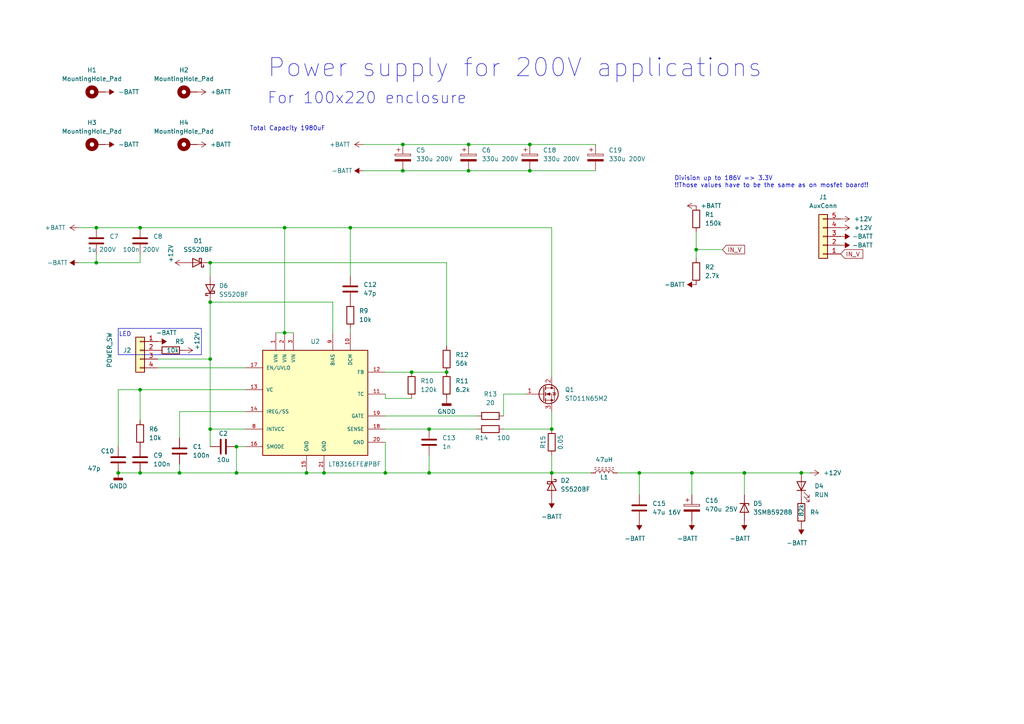
<source format=kicad_sch>
(kicad_sch (version 20230121) (generator eeschema)
  (paper "A4")
  (lib_symbols
    (symbol "Connector_Generic:Conn_01x04" (pin_names (offset 1.016) hide)
      (property "Reference" "J" (at 0 5.08 0))
      (property "Value" "Conn_01x04" (at 0 -7.62 0))
      (symbol "Conn_01x04_1_1"
        (rectangle (start -1.27 -4.953) (end 0 -5.207) (stroke (width 0.1524)))
        (rectangle (start -1.27 -2.413) (end 0 -2.667) (stroke (width 0.1524)))
        (rectangle (start -1.27 0.127) (end 0 -0.127) (stroke (width 0.1524)))
        (rectangle (start -1.27 2.667) (end 0 2.413) (stroke (width 0.1524)))
        (rectangle (start -1.27 3.81) (end 1.27 -6.35) (stroke (width 0.254)) (fill (type background)))
        (pin passive line (at -5.08 2.54 0) (length 3.81) (name "Pin_1") (number "1"))
        (pin passive line (at -5.08 0 0) (length 3.81) (name "Pin_2") (number "2"))
        (pin passive line (at -5.08 -2.54 0) (length 3.81) (name "Pin_3") (number "3"))
        (pin passive line (at -5.08 -5.08 0) (length 3.81) (name "Pin_4") (number "4"))
      )
    )
    (symbol "Connector_Generic:Conn_01x05" (pin_names (offset 1.016) hide)
      (property "Reference" "J" (at 0 7.62 0))
      (property "Value" "Conn_01x05" (at 0 -7.62 0))
      (symbol "Conn_01x05_1_1"
        (rectangle (start -1.27 -4.953) (end 0 -5.207) (stroke (width 0.1524)))
        (rectangle (start -1.27 -2.413) (end 0 -2.667) (stroke (width 0.1524)))
        (rectangle (start -1.27 0.127) (end 0 -0.127) (stroke (width 0.1524)))
        (rectangle (start -1.27 2.667) (end 0 2.413) (stroke (width 0.1524)))
        (rectangle (start -1.27 5.207) (end 0 4.953) (stroke (width 0.1524)))
        (rectangle (start -1.27 6.35) (end 1.27 -6.35) (stroke (width 0.254)) (fill (type background)))
        (pin passive line (at -5.08 5.08 0) (length 3.81) (name "Pin_1") (number "1"))
        (pin passive line (at -5.08 2.54 0) (length 3.81) (name "Pin_2") (number "2"))
        (pin passive line (at -5.08 0 0) (length 3.81) (name "Pin_3") (number "3"))
        (pin passive line (at -5.08 -2.54 0) (length 3.81) (name "Pin_4") (number "4"))
        (pin passive line (at -5.08 -5.08 0) (length 3.81) (name "Pin_5") (number "5"))
      )
    )
    (symbol "Device:C" (pin_numbers hide) (pin_names (offset 0.254))
      (property "Reference" "C" (at 0.635 2.54 0))
      (property "Value" "C" (at 0.635 -2.54 0))
      (symbol "C_0_1"
        (polyline (pts (xy -2.032 -0.762) (xy 2.032 -0.762)) (stroke (width 0.508)))
        (polyline (pts (xy -2.032 0.762) (xy 2.032 0.762)) (stroke (width 0.508)))
      )
      (symbol "C_1_1"
        (pin passive line (at 0 3.81 270) (length 2.794) (name "~") (number "1"))
        (pin passive line (at 0 -3.81 90) (length 2.794) (name "~") (number "2"))
      )
    )
    (symbol "Device:C_Polarized" (pin_numbers hide) (pin_names (offset 0.254))
      (property "Reference" "C" (at 0.635 2.54 0))
      (property "Value" "C_Polarized" (at 0.635 -2.54 0))
      (symbol "C_Polarized_0_1"
        (rectangle (start -2.286 0.508) (end 2.286 1.016))
        (polyline (pts (xy -1.778 2.286) (xy -0.762 2.286)))
        (polyline (pts (xy -1.27 2.794) (xy -1.27 1.778)))
        (rectangle (start 2.286 -0.508) (end -2.286 -1.016) (fill (type outline)))
      )
      (symbol "C_Polarized_1_1"
        (pin passive line (at 0 3.81 270) (length 2.794) (name "~") (number "1"))
        (pin passive line (at 0 -3.81 90) (length 2.794) (name "~") (number "2"))
      )
    )
    (symbol "Device:D_Schottky" (pin_numbers hide) (pin_names (offset 1.016) hide)
      (property "Reference" "D" (at 0 2.54 0))
      (property "Value" "D_Schottky" (at 0 -2.54 0))
      (symbol "D_Schottky_0_1"
        (polyline (pts (xy 1.27 0) (xy -1.27 0)))
        (polyline (pts (xy 1.27 1.27) (xy 1.27 -1.27) (xy -1.27 0) (xy 1.27 1.27)) (stroke (width 0.254)))
        (polyline (pts (xy -1.905 0.635) (xy -1.905 1.27) (xy -1.27 1.27) (xy -1.27 -1.27) (xy -0.635 -1.27) (xy -0.635 -0.635)) (stroke (width 0.254)))
      )
      (symbol "D_Schottky_1_1"
        (pin passive line (at -3.81 0 0) (length 2.54) (name "K") (number "1"))
        (pin passive line (at 3.81 0 180) (length 2.54) (name "A") (number "2"))
      )
    )
    (symbol "Device:D_Zener" (pin_numbers hide) (pin_names (offset 1.016) hide)
      (property "Reference" "D" (at 0 2.54 0))
      (property "Value" "D_Zener" (at 0 -2.54 0))
      (symbol "D_Zener_0_1"
        (polyline (pts (xy 1.27 0) (xy -1.27 0)))
        (polyline (pts (xy -1.27 -1.27) (xy -1.27 1.27) (xy -0.762 1.27)) (stroke (width 0.254)))
        (polyline (pts (xy 1.27 -1.27) (xy 1.27 1.27) (xy -1.27 0) (xy 1.27 -1.27)) (stroke (width 0.254)))
      )
      (symbol "D_Zener_1_1"
        (pin passive line (at -3.81 0 0) (length 2.54) (name "K") (number "1"))
        (pin passive line (at 3.81 0 180) (length 2.54) (name "A") (number "2"))
      )
    )
    (symbol "Device:LED" (pin_numbers hide) (pin_names (offset 1.016) hide)
      (property "Reference" "D" (at 0 2.54 0))
      (property "Value" "LED" (at 0 -2.54 0))
      (symbol "LED_0_1"
        (polyline (pts (xy -1.27 -1.27) (xy -1.27 1.27)) (stroke (width 0.254)))
        (polyline (pts (xy -1.27 0) (xy 1.27 0)))
        (polyline (pts (xy 1.27 -1.27) (xy 1.27 1.27) (xy -1.27 0) (xy 1.27 -1.27)) (stroke (width 0.254)))
        (polyline (pts (xy -3.048 -0.762) (xy -4.572 -2.286) (xy -3.81 -2.286) (xy -4.572 -2.286) (xy -4.572 -1.524)))
        (polyline (pts (xy -1.778 -0.762) (xy -3.302 -2.286) (xy -2.54 -2.286) (xy -3.302 -2.286) (xy -3.302 -1.524)))
      )
      (symbol "LED_1_1"
        (pin passive line (at -3.81 0 0) (length 2.54) (name "K") (number "1"))
        (pin passive line (at 3.81 0 180) (length 2.54) (name "A") (number "2"))
      )
    )
    (symbol "Device:L_Ferrite" (pin_numbers hide) (pin_names (offset 1.016) hide)
      (property "Reference" "L" (at -1.27 0 90))
      (property "Value" "L_Ferrite" (at 2.794 0 90))
      (symbol "L_Ferrite_0_1"
        (arc (start 0 -2.54) (mid 0.6323 -1.905) (end 0 -1.27))
        (arc (start 0 -1.27) (mid 0.6323 -0.635) (end 0 0))
        (polyline (pts (xy 1.016 -2.794) (xy 1.016 -2.286)))
        (polyline (pts (xy 1.016 -1.778) (xy 1.016 -1.27)))
        (polyline (pts (xy 1.016 -0.762) (xy 1.016 -0.254)))
        (polyline (pts (xy 1.016 0.254) (xy 1.016 0.762)))
        (polyline (pts (xy 1.016 1.27) (xy 1.016 1.778)))
        (polyline (pts (xy 1.016 2.286) (xy 1.016 2.794)))
        (polyline (pts (xy 1.524 -2.286) (xy 1.524 -2.794)))
        (polyline (pts (xy 1.524 -1.27) (xy 1.524 -1.778)))
        (polyline (pts (xy 1.524 -0.254) (xy 1.524 -0.762)))
        (polyline (pts (xy 1.524 0.762) (xy 1.524 0.254)))
        (polyline (pts (xy 1.524 1.778) (xy 1.524 1.27)))
        (polyline (pts (xy 1.524 2.794) (xy 1.524 2.286)))
        (arc (start 0 0) (mid 0.6323 0.635) (end 0 1.27))
        (arc (start 0 1.27) (mid 0.6323 1.905) (end 0 2.54))
      )
      (symbol "L_Ferrite_1_1"
        (pin passive line (at 0 3.81 270) (length 1.27) (name "1") (number "1"))
        (pin passive line (at 0 -3.81 90) (length 1.27) (name "2") (number "2"))
      )
    )
    (symbol "Device:R" (pin_numbers hide) (pin_names (offset 0))
      (property "Reference" "R" (at 2.032 0 90))
      (property "Value" "R" (at 0 0 90))
      (symbol "R_0_1"
        (rectangle (start -1.016 -2.54) (end 1.016 2.54) (stroke (width 0.254)))
      )
      (symbol "R_1_1"
        (pin passive line (at 0 3.81 270) (length 1.27) (name "~") (number "1"))
        (pin passive line (at 0 -3.81 90) (length 1.27) (name "~") (number "2"))
      )
    )
    (symbol "GigaESCSymbols:LT8316EFE#PBF" (pin_names (offset 1.016))
      (property "Reference" "U" (at -15.24 16.002 0))
      (property "Value" "LT8316EFE#PBF" (at 8.89 -19.05 0))
      (symbol "LT8316EFE#PBF_0_0"
        (rectangle (start -15.24 -15.24) (end 15.24 15.24) (stroke (width 0.254)) (fill (type background)))
        (pin input line (at -11.43 20.32 270) (length 5.08) (name "VIN") (number "1"))
        (pin input line (at 10.16 20.32 270) (length 5.08) (name "DCM") (number "10"))
        (pin passive line (at 20.32 2.54 180) (length 5.08) (name "TC") (number "11"))
        (pin input line (at 20.32 8.89 180) (length 5.08) (name "FB") (number "12"))
        (pin passive line (at -20.32 3.81 0) (length 5.08) (name "VC") (number "13"))
        (pin bidirectional line (at -20.32 -2.54 0) (length 5.08) (name "IREG/SS") (number "14"))
        (pin power_in line (at -2.54 -20.32 90) (length 5.08) (name "GND") (number "15"))
        (pin input line (at -20.32 -12.7 0) (length 5.08) (name "SMODE") (number "16"))
        (pin input line (at -20.32 10.16 0) (length 5.08) (name "EN/UVLO") (number "17"))
        (pin input line (at 20.32 -7.62 180) (length 5.08) (name "SENSE") (number "18"))
        (pin output line (at 20.32 -3.81 180) (length 5.08) (name "GATE") (number "19"))
        (pin input line (at -8.89 20.32 270) (length 5.08) (name "VIN") (number "2"))
        (pin power_in line (at 20.32 -11.43 180) (length 5.08) (name "GND") (number "20"))
        (pin power_in line (at 2.54 -20.32 90) (length 5.08) (name "GND") (number "21"))
        (pin input line (at -6.35 20.32 270) (length 5.08) (name "VIN") (number "3"))
        (pin output line (at -20.32 -7.62 0) (length 5.08) (name "INTVCC") (number "8"))
        (pin input line (at 5.08 20.32 270) (length 5.08) (name "BIAS") (number "9"))
      )
    )
    (symbol "Mechanical:MountingHole_Pad" (pin_numbers hide) (pin_names (offset 1.016) hide)
      (property "Reference" "H" (at 0 6.35 0))
      (property "Value" "MountingHole_Pad" (at 0 4.445 0))
      (symbol "MountingHole_Pad_0_1"
        (circle (center 0 1.27) (radius 1.27) (stroke (width 1.27)))
      )
      (symbol "MountingHole_Pad_1_1"
        (pin input line (at 0 -2.54 90) (length 2.54) (name "1") (number "1"))
      )
    )
    (symbol "Transistor_FET:STD7NK40Z" (pin_names hide)
      (property "Reference" "Q" (at 5.08 1.905 0))
      (property "Value" "STD7NK40Z" (at 5.08 0 0))
      (symbol "STD7NK40Z_0_1"
        (polyline (pts (xy 0.254 0) (xy -2.54 0)))
        (polyline (pts (xy 0.254 1.905) (xy 0.254 -1.905)) (stroke (width 0.254)))
        (polyline (pts (xy 0.762 -1.27) (xy 0.762 -2.286)) (stroke (width 0.254)))
        (polyline (pts (xy 0.762 0.508) (xy 0.762 -0.508)) (stroke (width 0.254)))
        (polyline (pts (xy 0.762 2.286) (xy 0.762 1.27)) (stroke (width 0.254)))
        (polyline (pts (xy 2.54 2.54) (xy 2.54 1.778)))
        (polyline (pts (xy 2.54 -2.54) (xy 2.54 0) (xy 0.762 0)))
        (polyline (pts (xy 0.762 -1.778) (xy 3.302 -1.778) (xy 3.302 1.778) (xy 0.762 1.778)))
        (polyline (pts (xy 1.016 0) (xy 2.032 0.381) (xy 2.032 -0.381) (xy 1.016 0)) (fill (type outline)))
        (polyline (pts (xy 2.794 0.508) (xy 2.921 0.381) (xy 3.683 0.381) (xy 3.81 0.254)))
        (polyline (pts (xy 3.302 0.381) (xy 2.921 -0.254) (xy 3.683 -0.254) (xy 3.302 0.381)))
        (circle (center 1.651 0) (radius 2.794) (stroke (width 0.254)))
        (circle (center 2.54 -1.778) (radius 0.254) (fill (type outline)))
        (circle (center 2.54 1.778) (radius 0.254) (fill (type outline)))
      )
      (symbol "STD7NK40Z_1_1"
        (pin passive line (at -5.08 0 0) (length 2.54) (name "G") (number "1"))
        (pin passive line (at 2.54 5.08 270) (length 2.54) (name "D") (number "2"))
        (pin passive line (at 2.54 -5.08 90) (length 2.54) (name "S") (number "3"))
      )
    )
    (symbol "power:+12V" (power) (pin_names (offset 0))
      (property "Value" "+12V" (at 0 3.556 0))
      (symbol "+12V_0_1"
        (polyline (pts (xy -0.762 1.27) (xy 0 2.54)))
        (polyline (pts (xy 0 0) (xy 0 2.54)))
        (polyline (pts (xy 0 2.54) (xy 0.762 1.27)))
      )
      (symbol "+12V_1_1"
        (pin power_in line (at 0 0 90) (length 0) hide (name "+12V") (number "1"))
      )
    )
    (symbol "power:+BATT" (power) (pin_names (offset 0))
      (property "Value" "+BATT" (at 0 3.556 0))
      (symbol "+BATT_0_1"
        (polyline (pts (xy -0.762 1.27) (xy 0 2.54)))
        (polyline (pts (xy 0 0) (xy 0 2.54)))
        (polyline (pts (xy 0 2.54) (xy 0.762 1.27)))
      )
      (symbol "+BATT_1_1"
        (pin power_in line (at 0 0 90) (length 0) hide (name "+BATT") (number "1"))
      )
    )
    (symbol "power:-BATT" (power) (pin_names (offset 0))
      (property "Value" "-BATT" (at 0 3.556 0))
      (symbol "-BATT_0_1"
        (polyline (pts (xy 0 0) (xy 0 2.54)))
        (polyline (pts (xy 0.762 1.27) (xy -0.762 1.27) (xy 0 2.54) (xy 0.762 1.27)) (fill (type outline)))
      )
      (symbol "-BATT_1_1"
        (pin power_in line (at 0 0 90) (length 0) hide (name "-BATT") (number "1"))
      )
    )
    (symbol "power:GNDD" (power) (pin_names (offset 0))
      (property "Value" "GNDD" (at 0 -3.175 0))
      (symbol "GNDD_0_1"
        (rectangle (start -1.27 -1.524) (end 1.27 -2.032) (stroke (width 0.254)) (fill (type outline)))
        (polyline (pts (xy 0 0) (xy 0 -1.524)))
      )
      (symbol "GNDD_1_1"
        (pin power_in line (at 0 0 270) (length 0) hide (name "GNDD") (number "1"))
      )
    )
  )
  (junction (at 232.41 137.16))
  (junction (at 160.02 137.16))
  (junction (at 129.54 107.95))
  (junction (at 82.55 96.52))
  (junction (at 60.96 76.2))
  (junction (at 201.93 72.39))
  (junction (at 52.07 137.16))
  (junction (at 27.94 66.04))
  (junction (at 119.38 107.95))
  (junction (at 111.76 137.16))
  (junction (at 116.84 49.53))
  (junction (at 82.55 66.04))
  (junction (at 200.66 137.16))
  (junction (at 68.58 129.54))
  (junction (at 40.64 137.16))
  (junction (at 27.94 76.2))
  (junction (at 116.84 41.91))
  (junction (at 124.46 124.46))
  (junction (at 60.96 87.63))
  (junction (at 160.02 124.46))
  (junction (at 135.89 49.53))
  (junction (at 34.29 137.16))
  (junction (at 40.64 113.03))
  (junction (at 40.64 66.04))
  (junction (at 215.9 137.16))
  (junction (at 60.96 104.14))
  (junction (at 88.9 137.16))
  (junction (at 135.89 41.91))
  (junction (at 60.96 124.46))
  (junction (at 124.46 137.16))
  (junction (at 93.98 137.16))
  (junction (at 185.42 137.16))
  (junction (at 153.67 41.91))
  (junction (at 153.67 49.53))
  (junction (at 68.58 137.16))
  (junction (at 101.6 66.04))
  (wire (pts (xy 124.46 137.16) (xy 160.02 137.16)))
  (wire (pts (xy 153.67 49.53) (xy 172.72 49.53)))
  (wire (pts (xy 27.94 76.2) (xy 40.64 76.2)))
  (wire (pts (xy 160.02 137.16) (xy 160.02 132.08)))
  (wire (pts (xy 111.76 107.95) (xy 119.38 107.95)))
  (wire (pts (xy 52.07 134.62) (xy 52.07 137.16)))
  (wire (pts (xy 40.64 113.03) (xy 71.12 113.03)))
  (wire (pts (xy 146.05 124.46) (xy 160.02 124.46)))
  (wire (pts (xy 34.29 137.16) (xy 40.64 137.16)))
  (wire (pts (xy 93.98 137.16) (xy 111.76 137.16)))
  (wire (pts (xy 60.96 87.63) (xy 96.52 87.63)))
  (wire (pts (xy 111.76 124.46) (xy 124.46 124.46)))
  (wire (pts (xy 153.67 41.91) (xy 172.72 41.91)))
  (wire (pts (xy 111.76 120.65) (xy 138.43 120.65)))
  (wire (pts (xy 116.84 41.91) (xy 135.89 41.91)))
  (wire (pts (xy 179.07 137.16) (xy 185.42 137.16)))
  (wire (pts (xy 129.54 100.33) (xy 129.54 76.2)))
  (wire (pts (xy 52.07 137.16) (xy 68.58 137.16)))
  (wire (pts (xy 68.58 129.54) (xy 71.12 129.54)))
  (wire (pts (xy 27.94 73.66) (xy 27.94 76.2)))
  (wire (pts (xy 160.02 119.38) (xy 160.02 124.46)))
  (wire (pts (xy 80.01 96.52) (xy 82.55 96.52)))
  (wire (pts (xy 22.86 76.2) (xy 27.94 76.2)))
  (wire (pts (xy 129.54 76.2) (xy 60.96 76.2)))
  (wire (pts (xy 232.41 137.16) (xy 234.95 137.16)))
  (wire (pts (xy 96.52 96.52) (xy 96.52 87.63)))
  (wire (pts (xy 146.05 114.3) (xy 152.4 114.3)))
  (wire (pts (xy 82.55 66.04) (xy 82.55 96.52)))
  (wire (pts (xy 88.9 137.16) (xy 93.98 137.16)))
  (wire (pts (xy 68.58 129.54) (xy 68.58 137.16)))
  (wire (pts (xy 201.93 67.31) (xy 201.93 72.39)))
  (wire (pts (xy 185.42 143.51) (xy 185.42 137.16)))
  (wire (pts (xy 201.93 72.39) (xy 209.55 72.39)))
  (wire (pts (xy 101.6 66.04) (xy 160.02 66.04)))
  (wire (pts (xy 34.29 113.03) (xy 40.64 113.03)))
  (wire (pts (xy 105.41 49.53) (xy 116.84 49.53)))
  (wire (pts (xy 160.02 137.16) (xy 171.45 137.16)))
  (wire (pts (xy 215.9 137.16) (xy 200.66 137.16)))
  (wire (pts (xy 22.86 66.04) (xy 27.94 66.04)))
  (wire (pts (xy 215.9 143.51) (xy 215.9 137.16)))
  (wire (pts (xy 111.76 128.27) (xy 111.76 137.16)))
  (wire (pts (xy 82.55 66.04) (xy 101.6 66.04)))
  (wire (pts (xy 45.72 104.14) (xy 60.96 104.14)))
  (wire (pts (xy 82.55 96.52) (xy 85.09 96.52)))
  (wire (pts (xy 60.96 87.63) (xy 60.96 104.14)))
  (wire (pts (xy 68.58 137.16) (xy 88.9 137.16)))
  (wire (pts (xy 124.46 124.46) (xy 138.43 124.46)))
  (wire (pts (xy 119.38 107.95) (xy 129.54 107.95)))
  (wire (pts (xy 34.29 113.03) (xy 34.29 129.54)))
  (wire (pts (xy 146.05 120.65) (xy 146.05 114.3)))
  (wire (pts (xy 160.02 66.04) (xy 160.02 109.22)))
  (wire (pts (xy 60.96 76.2) (xy 60.96 80.01)))
  (wire (pts (xy 40.64 66.04) (xy 82.55 66.04)))
  (wire (pts (xy 116.84 49.53) (xy 135.89 49.53)))
  (wire (pts (xy 200.66 137.16) (xy 185.42 137.16)))
  (wire (pts (xy 105.41 41.91) (xy 116.84 41.91)))
  (wire (pts (xy 201.93 72.39) (xy 201.93 74.93)))
  (wire (pts (xy 27.94 66.04) (xy 40.64 66.04)))
  (wire (pts (xy 200.66 143.51) (xy 200.66 137.16)))
  (wire (pts (xy 215.9 137.16) (xy 232.41 137.16)))
  (wire (pts (xy 52.07 119.38) (xy 71.12 119.38)))
  (wire (pts (xy 135.89 49.53) (xy 153.67 49.53)))
  (wire (pts (xy 101.6 66.04) (xy 101.6 80.01)))
  (wire (pts (xy 45.72 106.68) (xy 71.12 106.68)))
  (wire (pts (xy 60.96 124.46) (xy 60.96 129.54)))
  (wire (pts (xy 111.76 114.3) (xy 111.76 115.57)))
  (wire (pts (xy 40.64 137.16) (xy 52.07 137.16)))
  (wire (pts (xy 135.89 41.91) (xy 153.67 41.91)))
  (wire (pts (xy 60.96 124.46) (xy 60.96 104.14)))
  (wire (pts (xy 111.76 137.16) (xy 124.46 137.16)))
  (wire (pts (xy 111.76 115.57) (xy 119.38 115.57)))
  (wire (pts (xy 40.64 76.2) (xy 40.64 73.66)))
  (wire (pts (xy 124.46 137.16) (xy 124.46 132.08)))
  (wire (pts (xy 71.12 124.46) (xy 60.96 124.46)))
  (wire (pts (xy 101.6 95.25) (xy 101.6 96.52)))
  (wire (pts (xy 52.07 127) (xy 52.07 119.38)))
  (wire (pts (xy 40.64 113.03) (xy 40.64 121.92)))
  (rectangle (start 34.29 102.87) (end 58.42 95.25))
  (text "Power supply for 200V applications" (at 77.47 22.86 0) (effects (font (size 5.27 5.27)) (justify left bottom)))
  (text "Total Capacity 1980uF" (at 72.39 38.1 0) (effects (font (size 1.27 1.27)) (justify left bottom)))
  (text "LED" (at 38.1 97.79 0) (effects (font (size 1.27 1.27)) (justify right bottom)))
  (text "Division up to 186V => 3.3V\n!!Those values have to be the same as on mosfet board!!" (at 195.58 54.61 0) (effects (font (size 1.27 1.27)) (justify left bottom)))
  (text "For 100x220 enclosure" (at 77.47 30.48 0) (effects (font (size 3.27 3.27)) (justify left bottom)))
  (global_label "IN_V" (shape input) (at 209.55 72.39 0) (property "Intersheetrefs" "${INTERSHEET_REFS}" (effects hide)))
  (global_label "IN_V" (shape input) (at 243.84 73.66 0) (property "Intersheetrefs" "${INTERSHEET_REFS}" (effects hide)))
  (symbol (lib_id "power:+12V") (at 53.34 101.6 270) (mirror x) (unit 1)
    (property "Reference" "#PWR02" (effects hide))
    (property "Value" "+12V" (at 57.15 101.6 0) (effects (justify left)))
  )
  (symbol (lib_id "power:GNDD") (at 34.29 137.16 0) (unit 1)
    (property "Reference" "#PWR018" (effects hide))
    (property "Value" "GNDD" (at 34.29 140.97 0))
  )
  (symbol (lib_id "power:-BATT") (at 30.48 26.67 270) (unit 1)
    (property "Reference" "#PWR06" (effects hide))
    (property "Value" "-BATT" (at 34.29 26.67 90) (effects (justify left)))
  )
  (symbol (lib_id "power:+12V") (at 243.84 63.5 270) (unit 1)
    (property "Reference" "#PWR024" (effects hide))
    (property "Value" "+12V" (at 247.65 63.5 90) (effects (justify left)))
  )
  (symbol (lib_id "Device:D_Schottky") (at 60.96 83.82 90) (unit 1)
    (property "Reference" "D6" (at 63.5 82.8675 90) (effects (justify right)))
    (property "Value" "SS520BF" (at 63.5 85.4075 90) (effects (justify right)))
    (property "Footprint" "Diode_SMD:D_SMB" (effects hide))
    (property "MPN" "C123955" (effects hide))
  )
  (symbol (lib_id "power:+BATT") (at 201.93 59.69 90) (unit 1)
    (property "Reference" "#PWR04" (effects hide))
    (property "Value" "+BATT" (at 203.2 59.69 90) (effects (justify right)))
  )
  (symbol (lib_id "power:-BATT") (at 45.72 99.06 270) (mirror x) (unit 1)
    (property "Reference" "#PWR01" (effects hide))
    (property "Value" "-BATT" (at 48.26 96.52 90))
  )
  (symbol (lib_id "power:+BATT") (at 57.15 26.67 270) (unit 1)
    (property "Reference" "#PWR013" (effects hide))
    (property "Value" "+BATT" (at 60.96 26.67 90) (effects (justify left)))
  )
  (symbol (lib_id "Device:D_Schottky") (at 160.02 140.97 270) (unit 1)
    (property "Reference" "D2" (at 162.56 139.3825 90) (effects (justify left)))
    (property "Value" "SS520BF" (at 162.56 141.9225 90) (effects (justify left)))
    (property "Footprint" "Diode_SMD:D_SMB" (effects hide))
    (property "MPN" "C123955" (effects hide))
  )
  (symbol (lib_id "power:+12V") (at 243.84 66.04 270) (unit 1)
    (property "Reference" "#PWR08" (effects hide))
    (property "Value" "+12V" (at 247.65 66.04 90) (effects (justify left)))
  )
  (symbol (lib_id "power:-BATT") (at 185.42 151.13 180) (unit 1)
    (property "Reference" "#PWR017" (effects hide))
    (property "Value" "-BATT" (at 184.15 156.21 0))
  )
  (symbol (lib_id "power:-BATT") (at 105.41 49.53 90) (unit 1)
    (property "Reference" "#PWR012" (effects hide))
    (property "Value" "-BATT" (at 102.235 49.53 90) (effects (justify left)))
  )
  (symbol (lib_id "Device:R") (at 142.24 120.65 90) (unit 1)
    (property "Reference" "R13" (at 142.24 114.3 90))
    (property "Value" "20" (at 142.24 116.84 90))
    (property "Footprint" "Resistor_SMD:R_0603_1608Metric" (effects hide))
    (property "MPN" "C22950" (effects hide))
    (property "Mouser" "71-CRCW080520R0FKEAC" (effects hide))
  )
  (symbol (lib_id "Device:R") (at 160.02 128.27 180) (unit 1)
    (property "Reference" "R15" (at 157.48 128.27 90))
    (property "Value" "0.05" (at 162.56 128.27 90))
    (property "Footprint" "Resistor_SMD:R_2512_6332Metric" (effects hide))
    (property "MPN" "C2874774" (effects hide))
    (property "Mouser" "708-CSM2512FT50L0" (effects hide))
  )
  (symbol (lib_id "Device:D_Schottky") (at 57.15 76.2 180) (unit 1)
    (property "Reference" "D1" (at 57.4675 69.85 0))
    (property "Value" "SS520BF" (at 57.4675 72.39 0))
    (property "Footprint" "Diode_SMD:D_SMB" (effects hide))
    (property "MPN" "C123955" (effects hide))
  )
  (symbol (lib_id "Device:C") (at 185.42 147.32 0) (unit 1)
    (property "Reference" "C15" (at 189.23 146.05 0) (effects (justify left)))
    (property "Value" "47u 16V" (at 189.23 148.59 0) (effects (justify left)))
    (property "Footprint" "Capacitor_SMD:C_1210_3225Metric" (effects hide))
    (property "MPN" "C2918513" (effects hide))
    (property "Mouser" "81-GRM32EC81C476KE5K" (effects hide))
  )
  (symbol (lib_id "Device:L_Ferrite") (at 175.26 137.16 90) (unit 1)
    (property "Reference" "L1" (at 175.26 138.43 90))
    (property "Value" "47uH" (at 175.26 133.35 90))
    (property "Footprint" "Inductor_SMD:L_Chilisin_BMRG00131360" (effects hide))
    (property "MPN" "C497913" (effects hide))
  )
  (symbol (lib_id "Device:R") (at 49.53 101.6 90) (mirror x) (unit 1)
    (property "Reference" "R5" (at 50.8 99.06 90) (effects (justify right)))
    (property "Value" "10k" (at 48.26 101.6 90) (effects (justify right)))
    (property "Footprint" "Resistor_SMD:R_0603_1608Metric" (effects hide))
    (property "MPN" "C25804" (effects hide))
    (property "Mouser" "603-AC0805JR-0710KL" (effects hide))
  )
  (symbol (lib_id "power:+12V") (at 53.34 76.2 90) (unit 1)
    (property "Reference" "#PWR05" (effects hide))
    (property "Value" "+12V" (at 49.53 76.2 0) (effects (justify left)))
  )
  (symbol (lib_id "Device:R") (at 129.54 111.76 0) (unit 1)
    (property "Reference" "R11" (at 132.08 110.49 0) (effects (justify left)))
    (property "Value" "6.2k" (at 132.08 113.03 0) (effects (justify left)))
    (property "Footprint" "Resistor_SMD:R_0603_1608Metric" (effects hide))
    (property "MPN" "C4260" (effects hide))
    (property "Mouser" "667-ERJ-6ENF4991V" (effects hide))
  )
  (symbol (lib_id "Device:D_Zener") (at 215.9 147.32 270) (unit 1)
    (property "Reference" "D5" (at 218.44 146.05 90) (effects (justify left)))
    (property "Value" "3SMB5928B" (at 218.44 148.59 90) (effects (justify left)))
    (property "Footprint" "Diode_SMD:D_SMB" (effects hide))
    (property "MPN" "C2983224" (effects hide))
    (property "Mouser" "821-1SMB5928" (effects hide))
  )
  (symbol (lib_id "Device:C") (at 124.46 128.27 0) (unit 1)
    (property "Reference" "C13" (at 128.27 127 0) (effects (justify left)))
    (property "Value" "1n" (at 128.27 129.54 0) (effects (justify left)))
    (property "Footprint" "Capacitor_SMD:C_0603_1608Metric" (effects hide))
    (property "MPN" "C1588" (effects hide))
    (property "Mouser" "80-C0603C102K5R7081" (effects hide))
  )
  (symbol (lib_id "Device:C_Polarized") (at 172.72 45.72 0) (unit 1)
    (property "Reference" "C19" (at 176.53 43.561 0) (effects (justify left)))
    (property "Value" "330u 200V" (at 176.53 46.101 0) (effects (justify left)))
    (property "Footprint" "Capacitor_THT:CP_Radial_D18.0mm_P7.50mm" (effects hide))
    (property "Mouser" "661-EKMR201VS222MR50" (effects hide))
    (property "MPN" "C697601" (effects hide))
  )
  (symbol (lib_id "Device:C_Polarized") (at 135.89 45.72 0) (unit 1)
    (property "Reference" "C6" (at 139.7 43.561 0) (effects (justify left)))
    (property "Value" "330u 200V" (at 139.7 46.101 0) (effects (justify left)))
    (property "Footprint" "Capacitor_THT:CP_Radial_D18.0mm_P7.50mm" (effects hide))
    (property "Mouser" "661-EKMR201VS222MR50" (effects hide))
    (property "MPN" "C697601" (effects hide))
  )
  (symbol (lib_id "power:+BATT") (at 22.86 66.04 90) (unit 1)
    (property "Reference" "#PWR014" (effects hide))
    (property "Value" "+BATT" (at 19.05 66.04 90) (effects (justify left)))
  )
  (symbol (lib_id "Device:C") (at 52.07 130.81 0) (unit 1)
    (property "Reference" "C1" (at 55.88 129.54 0) (effects (justify left)))
    (property "Value" "100n" (at 55.88 132.08 0) (effects (justify left)))
    (property "Footprint" "GigaVescLibs:C_0603_1608Metric_L" (effects hide))
    (property "MPN" "C14663" (effects hide))
    (property "Mouser" "581-08055C104KAT4A" (effects hide))
  )
  (symbol (lib_id "Mechanical:MountingHole_Pad") (at 27.94 26.67 90) (unit 1)
    (property "Reference" "H1" (at 26.67 20.32 90))
    (property "Value" "MountingHole_Pad" (at 26.67 22.86 90))
    (property "Footprint" "MountingHole:MountingHole_5.3mm_M5_Pad_Via" (effects hide))
  )
  (symbol (lib_id "Connector_Generic:Conn_01x04") (at 40.64 101.6 0) (mirror y) (unit 1)
    (property "Reference" "J2" (at 38.1 101.6 0) (effects (justify left)))
    (property "Value" "POWER_SW" (at 31.75 106.68 90) (effects (justify left)))
    (property "Footprint" "Connector_JST:JST_PH_B4B-PH-K_1x04_P2.00mm_Vertical" (effects hide))
    (property "MPN" "C144395" (effects hide))
  )
  (symbol (lib_id "Device:C") (at 40.64 133.35 0) (unit 1)
    (property "Reference" "C9" (at 44.45 132.08 0) (effects (justify left)))
    (property "Value" "100n" (at 44.45 134.62 0) (effects (justify left)))
    (property "Footprint" "GigaVescLibs:C_0603_1608Metric_L" (effects hide))
    (property "MPN" "C14663" (effects hide))
    (property "Mouser" "581-08055C104KAT4A" (effects hide))
  )
  (symbol (lib_id "Device:R") (at 101.6 91.44 0) (unit 1)
    (property "Reference" "R9" (at 104.14 90.17 0) (effects (justify left)))
    (property "Value" "10k" (at 104.14 92.71 0) (effects (justify left)))
    (property "Footprint" "Resistor_SMD:R_0603_1608Metric" (effects hide))
    (property "MPN" "C25804" (effects hide))
    (property "Mouser" "756-WCR0603-10KFI" (effects hide))
  )
  (symbol (lib_id "power:-BATT") (at 30.48 41.91 270) (unit 1)
    (property "Reference" "#PWR027" (effects hide))
    (property "Value" "-BATT" (at 34.29 41.91 90) (effects (justify left)))
  )
  (symbol (lib_id "Device:R") (at 232.41 148.59 180) (unit 1)
    (property "Reference" "R4" (at 234.95 148.59 0) (effects (justify right)))
    (property "Value" "82k" (at 232.41 149.86 90) (effects (justify right)))
    (property "Footprint" "Resistor_SMD:R_0603_1608Metric" (effects hide))
    (property "MPN" "C23254" (effects hide))
    (property "Mouser" "603-AC0805JR-0710KL" (effects hide))
  )
  (symbol (lib_id "Mechanical:MountingHole_Pad") (at 54.61 41.91 90) (unit 1)
    (property "Reference" "H4" (at 53.34 35.56 90))
    (property "Value" "MountingHole_Pad" (at 53.34 38.1 90))
    (property "Footprint" "MountingHole:MountingHole_5.3mm_M5_Pad_Via" (effects hide))
  )
  (symbol (lib_id "Device:C") (at 64.77 129.54 90) (unit 1)
    (property "Reference" "C2" (at 64.77 125.73 90))
    (property "Value" "10u" (at 64.77 133.35 90))
  )
  (symbol (lib_id "Device:R") (at 201.93 63.5 0) (unit 1)
    (property "Reference" "R1" (at 204.47 62.23 0) (effects (justify left)))
    (property "Value" "150k" (at 204.47 64.77 0) (effects (justify left)))
    (property "Footprint" "Resistor_SMD:R_0603_1608Metric" (effects hide))
    (property "MPN" "C22807" (effects hide))
    (property "Mouser" "603-RC0805FR-07100KL" (effects hide))
  )
  (symbol (lib_id "Device:R") (at 129.54 104.14 0) (unit 1)
    (property "Reference" "R12" (at 132.08 102.87 0) (effects (justify left)))
    (property "Value" "56k" (at 132.08 105.41 0) (effects (justify left)))
    (property "Footprint" "Resistor_SMD:R_0603_1608Metric" (effects hide))
    (property "MPN" "C23206" (effects hide))
    (property "Mouser" "603-RC0805FR-0744K2L" (effects hide))
  )
  (symbol (lib_id "Device:R") (at 201.93 78.74 0) (unit 1)
    (property "Reference" "R2" (at 204.47 77.47 0) (effects (justify left)))
    (property "Value" "2.7k" (at 204.47 80.01 0) (effects (justify left)))
    (property "Footprint" "Resistor_SMD:R_0603_1608Metric" (effects hide))
    (property "MPN" "C13167" (effects hide))
    (property "Mouser" "71-CRCW0805-1.8K-E3" (effects hide))
  )
  (symbol (lib_id "Mechanical:MountingHole_Pad") (at 27.94 41.91 90) (unit 1)
    (property "Reference" "H3" (at 26.67 35.56 90))
    (property "Value" "MountingHole_Pad" (at 26.67 38.1 90))
    (property "Footprint" "MountingHole:MountingHole_5.3mm_M5_Pad_Via" (effects hide))
  )
  (symbol (lib_id "Transistor_FET:STD7NK40Z") (at 157.48 114.3 0) (unit 1)
    (property "Reference" "Q1" (at 163.83 113.03 0) (effects (justify left)))
    (property "Value" "STD11N65M2" (at 163.83 115.57 0) (effects (justify left)))
    (property "Footprint" "Package_TO_SOT_SMD:TO-252-2" (effects hide))
    (property "Datasheet" "https://www.st.com/resource/en/datasheet/std7nk40zt4.pdf" (effects hide))
    (property "MPN" "C500947" (effects hide))
    (property "JLCRotOffset" "0" (effects hide))
    (property "JLCPosOffset" "-1.27,0" (effects hide))
    (property "Mouser" "511-STD11N65M2" (effects hide))
  )
  (symbol (lib_id "Device:C") (at 101.6 83.82 0) (unit 1)
    (property "Reference" "C12" (at 105.41 82.55 0) (effects (justify left)))
    (property "Value" "47p" (at 105.41 85.09 0) (effects (justify left)))
    (property "Footprint" "GigaVescLibs:C_0603_1608Metric_L" (effects hide))
    (property "MPN" "C1671" (effects hide))
    (property "Mouser" "80-C0603C470K1GAUTO" (effects hide))
  )
  (symbol (lib_id "Mechanical:MountingHole_Pad") (at 54.61 26.67 90) (unit 1)
    (property "Reference" "H2" (at 53.34 20.32 90))
    (property "Value" "MountingHole_Pad" (at 53.34 22.86 90))
    (property "Footprint" "MountingHole:MountingHole_5.3mm_M5_Pad_Via" (effects hide))
  )
  (symbol (lib_id "power:-BATT") (at 232.41 152.4 180) (unit 1)
    (property "Reference" "#PWR029" (effects hide))
    (property "Value" "-BATT" (at 231.14 157.48 0))
  )
  (symbol (lib_id "Device:R") (at 40.64 125.73 0) (unit 1)
    (property "Reference" "R6" (at 43.18 124.46 0) (effects (justify left)))
    (property "Value" "10k" (at 43.18 127 0) (effects (justify left)))
    (property "Footprint" "Resistor_SMD:R_0603_1608Metric" (effects hide))
    (property "MPN" "C25804" (effects hide))
    (property "Mouser" "603-AC0805JR-0710KL" (effects hide))
  )
  (symbol (lib_id "power:-BATT") (at 201.93 82.55 90) (unit 1)
    (property "Reference" "#PWR07" (effects hide))
    (property "Value" "-BATT" (at 198.755 82.55 90) (effects (justify left)))
  )
  (symbol (lib_id "Device:C_Polarized") (at 116.84 45.72 0) (unit 1)
    (property "Reference" "C5" (at 120.65 43.561 0) (effects (justify left)))
    (property "Value" "330u 200V" (at 120.65 46.101 0) (effects (justify left)))
    (property "Footprint" "Capacitor_THT:CP_Radial_D18.0mm_P7.50mm" (effects hide))
    (property "MPN" "C697601" (effects hide))
    (property "Mouser" "661-EKMR201VS222MR50" (effects hide))
  )
  (symbol (lib_id "power:-BATT") (at 22.86 76.2 90) (unit 1)
    (property "Reference" "#PWR015" (effects hide))
    (property "Value" "-BATT" (at 19.685 76.2 90) (effects (justify left)))
  )
  (symbol (lib_id "Device:R") (at 119.38 111.76 0) (unit 1)
    (property "Reference" "R10" (at 121.92 110.49 0) (effects (justify left)))
    (property "Value" "120k" (at 121.92 113.03 0) (effects (justify left)))
    (property "Footprint" "Resistor_SMD:R_0603_1608Metric" (effects hide))
    (property "MPN" "C25808" (effects hide))
    (property "Mouser" "660-RK73H2ATTD1213F" (effects hide))
  )
  (symbol (lib_id "Connector_Generic:Conn_01x05") (at 238.76 68.58 180) (unit 1)
    (property "Reference" "J1" (at 238.76 57.15 0))
    (property "Value" "AuxConn" (at 238.76 59.69 0))
    (property "Footprint" "Connector_JST:JST_PH_B5B-PH-K_1x05_P2.00mm_Vertical" (effects hide))
    (property "MPN" "C161870" (effects hide))
  )
  (symbol (lib_id "Device:C") (at 34.29 133.35 0) (unit 1)
    (property "Reference" "C10" (at 29.21 130.81 0) (effects (justify left)))
    (property "Value" "47p" (at 25.4 135.89 0) (effects (justify left)))
    (property "Footprint" "GigaVescLibs:C_0603_1608Metric_L" (effects hide))
    (property "MPN" "C1671" (effects hide))
    (property "Mouser" "603-CC805JRNPO9BN470" (effects hide))
  )
  (symbol (lib_id "power:-BATT") (at 200.66 151.13 180) (unit 1)
    (property "Reference" "#PWR016" (effects hide))
    (property "Value" "-BATT" (at 199.39 156.21 0))
  )
  (symbol (lib_id "Device:C_Polarized") (at 200.66 147.32 0) (unit 1)
    (property "Reference" "C16" (at 204.47 145.161 0) (effects (justify left)))
    (property "Value" "470u 25V" (at 204.47 147.701 0) (effects (justify left)))
    (property "Footprint" "Capacitor_SMD:CP_Elec_10x10.5" (effects hide))
    (property "MPN" "C5162351" (effects hide))
    (property "Mouser" "667-EEE-1EA471P" (effects hide))
  )
  (symbol (lib_id "power:+BATT") (at 57.15 41.91 270) (unit 1)
    (property "Reference" "#PWR028" (effects hide))
    (property "Value" "+BATT" (at 60.96 41.91 90) (effects (justify left)))
  )
  (symbol (lib_id "Device:C_Polarized") (at 153.67 45.72 0) (unit 1)
    (property "Reference" "C18" (at 157.48 43.561 0) (effects (justify left)))
    (property "Value" "330u 200V" (at 157.48 46.101 0) (effects (justify left)))
    (property "Footprint" "Capacitor_THT:CP_Radial_D18.0mm_P7.50mm" (effects hide))
    (property "MPN" "C697601" (effects hide))
    (property "Mouser" "661-EKMR201VS222MR50" (effects hide))
  )
  (symbol (lib_id "GigaESCSymbols:LT8316EFE#PBF") (at 91.44 116.84 0) (unit 1)
    (property "Reference" "U2" (at 91.44 99.06 0))
    (property "Value" "LT8316EFE#PBF" (at 102.87 134.62 0))
    (property "Footprint" "GigaVescLibs:IC_LT8316EFE#PBF" (effects hide))
    (property "PARTREV" "A" (effects hide))
    (property "STANDARD" "Manufacturer Recommendations" (effects hide))
    (property "MAXIMUM_PACKAGE_HEIGHT" "1.2 mm" (effects hide))
    (property "MANUFACTURER" "Analog Devices" (effects hide))
    (property "MPN" "C673736" (effects hide))
    (property "Mouser" "584-LT8316EFE#PBF" (effects hide))
  )
  (symbol (lib_id "power:-BATT") (at 243.84 68.58 270) (unit 1)
    (property "Reference" "#PWR011" (effects hide))
    (property "Value" "-BATT" (at 250.19 68.58 90))
  )
  (symbol (lib_id "power:-BATT") (at 160.02 144.78 180) (unit 1)
    (property "Reference" "#PWR022" (effects hide))
    (property "Value" "-BATT" (at 160.02 149.86 0))
  )
  (symbol (lib_id "Device:R") (at 142.24 124.46 90) (unit 1)
    (property "Reference" "R14" (at 139.7 127 90))
    (property "Value" "100" (at 146.05 127 90))
    (property "Footprint" "Resistor_SMD:R_0603_1608Metric" (effects hide))
    (property "MPN" "C22775" (effects hide))
    (property "Mouser" "791-WR08X1000FTL" (effects hide))
  )
  (symbol (lib_id "Device:C") (at 27.94 69.85 0) (unit 1)
    (property "Reference" "C7" (at 31.75 68.58 0) (effects (justify left)))
    (property "Value" "1u 200V" (at 25.4 72.39 0) (effects (justify left)))
    (property "Footprint" "Capacitor_SMD:C_2220_5650Metric" (effects hide))
    (property "MPN" "C78775" (effects hide))
    (property "Mouser" "81-GRM55DR72D105KW1L" (effects hide))
  )
  (symbol (lib_id "power:+BATT") (at 105.41 41.91 90) (unit 1)
    (property "Reference" "#PWR03" (effects hide))
    (property "Value" "+BATT" (at 101.6 41.91 90) (effects (justify left)))
  )
  (symbol (lib_id "power:+12V") (at 234.95 137.16 270) (unit 1)
    (property "Reference" "#PWR026" (effects hide))
    (property "Value" "+12V" (at 238.76 137.16 90) (effects (justify left)))
  )
  (symbol (lib_id "Device:C") (at 40.64 69.85 0) (unit 1)
    (property "Reference" "C8" (at 44.45 68.58 0) (effects (justify left)))
    (property "Value" "100n 200V" (at 35.56 72.39 0) (effects (justify left)))
    (property "Footprint" "Capacitor_SMD:C_1206_3216Metric" (effects hide))
    (property "MPN" "C113894" (effects hide))
    (property "Mouser" "810-CGJ4J3X7T2D104K" (effects hide))
  )
  (symbol (lib_id "Device:LED") (at 232.41 140.97 90) (unit 1)
    (property "Reference" "D4" (at 236.22 140.97 90) (effects (justify right)))
    (property "Value" "RUN" (at 236.22 143.51 90) (effects (justify right)))
    (property "Footprint" "Diode_SMD:D_0603_1608Metric" (effects hide))
    (property "MPN" "C2290" (effects hide))
  )
  (symbol (lib_id "power:-BATT") (at 215.9 151.13 180) (unit 1)
    (property "Reference" "#PWR09" (effects hide))
    (property "Value" "-BATT" (at 214.63 156.21 0))
  )
  (symbol (lib_id "power:-BATT") (at 243.84 71.12 270) (unit 1)
    (property "Reference" "#PWR010" (effects hide))
    (property "Value" "-BATT" (at 250.19 71.12 90))
  )
  (symbol (lib_id "power:GNDD") (at 129.54 115.57 0) (unit 1)
    (property "Reference" "#PWR019" (effects hide))
    (property "Value" "GNDD" (at 129.54 119.38 0))
  )
)
</source>
